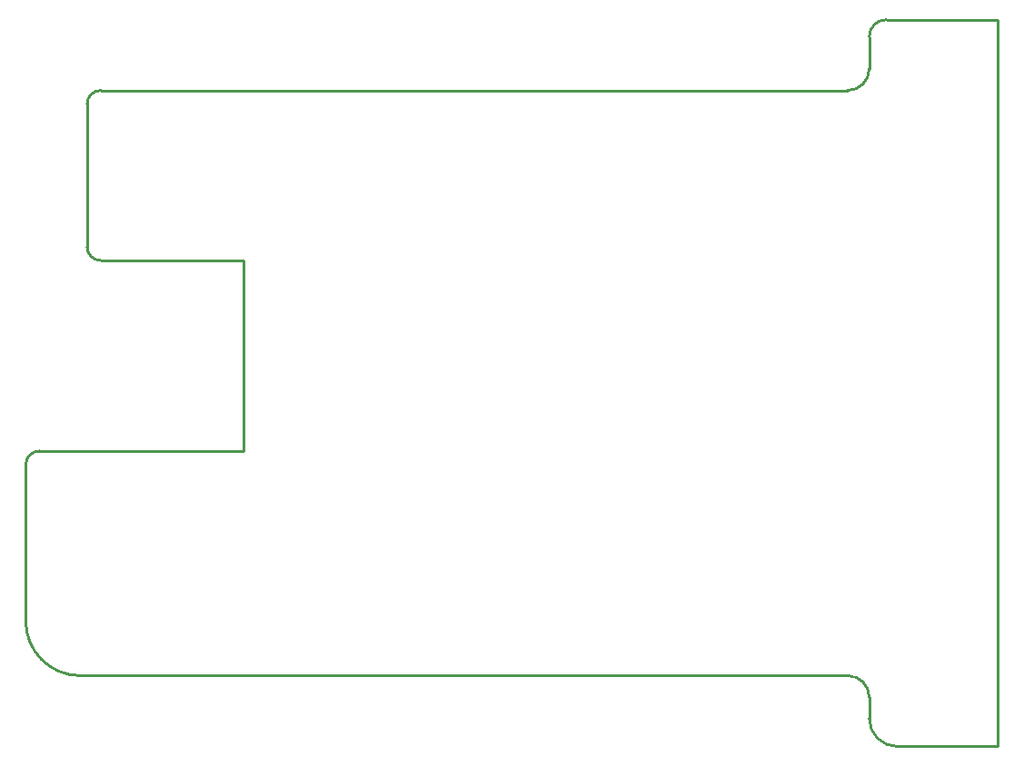
<source format=gbr>
G04 Layer_Color=32896*
%FSLAX45Y45*%
%MOMM*%
%TF.FileFunction,Other,Mechanical_4*%
%TF.Part,Single*%
G01*
G75*
%TA.AperFunction,NonConductor*%
%ADD179C,0.25400*%
D179*
X7620000Y8128000D02*
G03*
X8127942Y7620000I507940J-59D01*
G01*
X7747000Y9715500D02*
G03*
X7620000Y9588500I-100J-126900D01*
G01*
X8191500Y11620500D02*
G03*
X8318499Y11493500I126980J-20D01*
G01*
X8319498Y13080000D02*
G03*
X8191499Y12953998I-1063J-126935D01*
G01*
X15280000Y13080000D02*
G03*
X15480000Y13280000I6J199995D01*
G01*
X15639999Y13739999D02*
G03*
X15480000Y13580000I-3J-159996D01*
G01*
X15480000Y7219999D02*
G03*
X15739998Y6960000I259997J-2D01*
G01*
X15479999Y7420000D02*
G03*
X15280000Y7620000I-200000J0D01*
G01*
X7620000Y8128000D02*
X7620000Y9588500D01*
X7747000Y9715500D02*
X9652000D01*
Y11493500D01*
X8318499Y11493500D02*
X9652000Y11493500D01*
X8191499Y12953999D02*
X8191500Y11620500D01*
X8319498Y13080000D02*
X15280000Y13080000D01*
X15480000Y13280000D02*
X15480000Y13580000D01*
X15639999Y13739999D02*
X16680000Y13739999D01*
Y6960000D02*
Y13739999D01*
X15739999Y6960000D02*
X16680000Y6960000D01*
X15480000Y7219999D02*
X15480000Y7419999D01*
X8127943Y7620000D02*
X15280000D01*
%TF.MD5,7bcf7019a1ba5cca9c4df486712b8224*%
M02*

</source>
